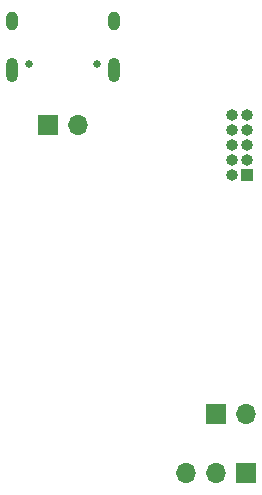
<source format=gbs>
%TF.GenerationSoftware,KiCad,Pcbnew,9.0.0*%
%TF.CreationDate,2025-03-17T13:33:28-06:00*%
%TF.ProjectId,TempLog,54656d70-4c6f-4672-9e6b-696361645f70,rev?*%
%TF.SameCoordinates,Original*%
%TF.FileFunction,Soldermask,Bot*%
%TF.FilePolarity,Negative*%
%FSLAX46Y46*%
G04 Gerber Fmt 4.6, Leading zero omitted, Abs format (unit mm)*
G04 Created by KiCad (PCBNEW 9.0.0) date 2025-03-17 13:33:28*
%MOMM*%
%LPD*%
G01*
G04 APERTURE LIST*
%ADD10R,1.700000X1.700000*%
%ADD11O,1.700000X1.700000*%
%ADD12O,1.000000X1.600000*%
%ADD13O,1.000000X2.100000*%
%ADD14C,0.650000*%
%ADD15O,1.000000X1.000000*%
%ADD16R,1.000000X1.000000*%
G04 APERTURE END LIST*
D10*
%TO.C,J3*%
X135500000Y-111000000D03*
D11*
X132960000Y-111000000D03*
X130420000Y-111000000D03*
%TD*%
D12*
%TO.C,J6*%
X115700000Y-72700000D03*
D13*
X115700000Y-76880000D03*
X124336000Y-76880000D03*
D12*
X124336000Y-72700000D03*
D14*
X117128000Y-76350000D03*
X122908000Y-76350000D03*
%TD*%
D15*
%TO.C,J1*%
X134355000Y-80690000D03*
X134355000Y-81960000D03*
X135625000Y-81960000D03*
X134355000Y-83230000D03*
X134355000Y-84500000D03*
X134355000Y-85770000D03*
D16*
X135625000Y-85770000D03*
D15*
X135625000Y-80690000D03*
X135625000Y-83230000D03*
X135625000Y-84500000D03*
%TD*%
D11*
%TO.C,J5*%
X135515000Y-106000000D03*
D10*
X132975000Y-106000000D03*
%TD*%
D11*
%TO.C,J7*%
X121265000Y-81500000D03*
D10*
X118725000Y-81500000D03*
%TD*%
M02*

</source>
